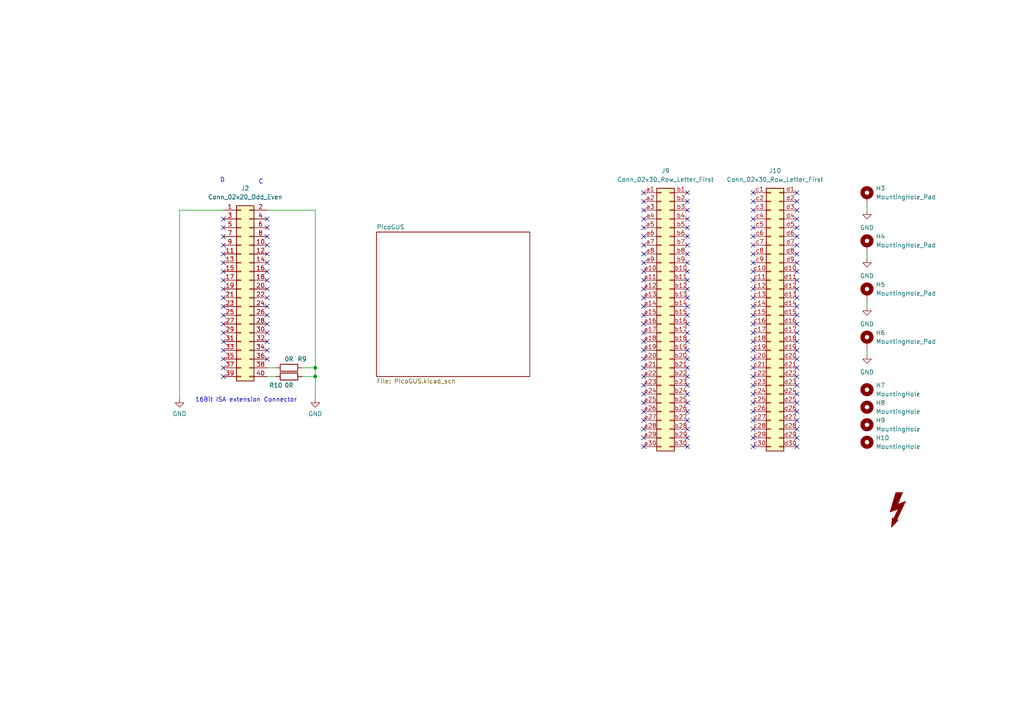
<source format=kicad_sch>
(kicad_sch (version 20250114) (generator "eeschema") (generator_version "9.0")
  (paper "A4")
  (lib_symbols
    (symbol "Conn_02x30_Row_Letter_First_1" (pin_names (offset 1.016) (hide yes))
      (property "Reference" "J2" (at 1.27 41.91 0))
      (property "Value" "Conn_02x30_Row_Letter_First" (at 1.27 39.37 0))
      (symbol "Conn_02x30_Row_Letter_First_1_1_1"
        (rectangle (start -1.27 36.83) (end 3.81 -39.37) (stroke (width 0.254)) (fill (type background)))
        (rectangle (start -1.27 35.687) (end 0 35.433) (stroke (width 0.1524)))
        (rectangle (start -1.27 33.147) (end 0 32.893) (stroke (width 0.1524)))
        (rectangle (start -1.27 30.607) (end 0 30.353) (stroke (width 0.1524)))
        (rectangle (start -1.27 28.067) (end 0 27.813) (stroke (width 0.1524)))
        (rectangle (start -1.27 25.527) (end 0 25.273) (stroke (width 0.1524)))
        (rectangle (start -1.27 22.987) (end 0 22.733) (stroke (width 0.1524)))
        (rectangle (start -1.27 20.447) (end 0 20.193) (stroke (width 0.1524)))
        (rectangle (start -1.27 17.907) (end 0 17.653) (stroke (width 0.1524)))
        (rectangle (start -1.27 15.367) (end 0 15.113) (stroke (width 0.1524)))
        (rectangle (start -1.27 12.827) (end 0 12.573) (stroke (width 0.1524)))
        (rectangle (start -1.27 10.287) (end 0 10.033) (stroke (width 0.1524)))
        (rectangle (start -1.27 7.747) (end 0 7.493) (stroke (width 0.1524)))
        (rectangle (start -1.27 5.207) (end 0 4.953) (stroke (width 0.1524)))
        (rectangle (start -1.27 2.667) (end 0 2.413) (stroke (width 0.1524)))
        (rectangle (start -1.27 0.127) (end 0 -0.127) (stroke (width 0.1524)))
        (rectangle (start -1.27 -2.413) (end 0 -2.667) (stroke (width 0.1524)))
        (rectangle (start -1.27 -4.953) (end 0 -5.207) (stroke (width 0.1524)))
        (rectangle (start -1.27 -7.493) (end 0 -7.747) (stroke (width 0.1524)))
        (rectangle (start -1.27 -10.033) (end 0 -10.287) (stroke (width 0.1524)))
        (rectangle (start -1.27 -12.573) (end 0 -12.827) (stroke (width 0.1524)))
        (rectangle (start -1.27 -15.113) (end 0 -15.367) (stroke (width 0.1524)))
        (rectangle (start -1.27 -17.653) (end 0 -17.907) (stroke (width 0.1524)))
        (rectangle (start -1.27 -20.193) (end 0 -20.447) (stroke (width 0.1524)))
        (rectangle (start -1.27 -22.733) (end 0 -22.987) (stroke (width 0.1524)))
        (rectangle (start -1.27 -25.273) (end 0 -25.527) (stroke (width 0.1524)))
        (rectangle (start -1.27 -27.813) (end 0 -28.067) (stroke (width 0.1524)))
        (rectangle (start -1.27 -30.353) (end 0 -30.607) (stroke (width 0.1524)))
        (rectangle (start -1.27 -32.893) (end 0 -33.147) (stroke (width 0.1524)))
        (rectangle (start -1.27 -35.433) (end 0 -35.687) (stroke (width 0.1524)))
        (rectangle (start -1.27 -37.973) (end 0 -38.227) (stroke (width 0.1524)))
        (rectangle (start 3.81 35.687) (end 2.54 35.433) (stroke (width 0.1524)))
        (rectangle (start 3.81 33.147) (end 2.54 32.893) (stroke (width 0.1524)))
        (rectangle (start 3.81 30.607) (end 2.54 30.353) (stroke (width 0.1524)))
        (rectangle (start 3.81 28.067) (end 2.54 27.813) (stroke (width 0.1524)))
        (rectangle (start 3.81 25.527) (end 2.54 25.273) (stroke (width 0.1524)))
        (rectangle (start 3.81 22.987) (end 2.54 22.733) (stroke (width 0.1524)))
        (rectangle (start 3.81 20.447) (end 2.54 20.193) (stroke (width 0.1524)))
        (rectangle (start 3.81 17.907) (end 2.54 17.653) (stroke (width 0.1524)))
        (rectangle (start 3.81 15.367) (end 2.54 15.113) (stroke (width 0.1524)))
        (rectangle (start 3.81 12.827) (end 2.54 12.573) (stroke (width 0.1524)))
        (rectangle (start 3.81 10.287) (end 2.54 10.033) (stroke (width 0.1524)))
        (rectangle (start 3.81 7.747) (end 2.54 7.493) (stroke (width 0.1524)))
        (rectangle (start 3.81 5.207) (end 2.54 4.953) (stroke (width 0.1524)))
        (rectangle (start 3.81 2.667) (end 2.54 2.413) (stroke (width 0.1524)))
        (rectangle (start 3.81 0.127) (end 2.54 -0.127) (stroke (width 0.1524)))
        (rectangle (start 3.81 -2.413) (end 2.54 -2.667) (stroke (width 0.1524)))
        (rectangle (start 3.81 -4.953) (end 2.54 -5.207) (stroke (width 0.1524)))
        (rectangle (start 3.81 -7.493) (end 2.54 -7.747) (stroke (width 0.1524)))
        (rectangle (start 3.81 -10.033) (end 2.54 -10.287) (stroke (width 0.1524)))
        (rectangle (start 3.81 -12.573) (end 2.54 -12.827) (stroke (width 0.1524)))
        (rectangle (start 3.81 -15.113) (end 2.54 -15.367) (stroke (width 0.1524)))
        (rectangle (start 3.81 -17.653) (end 2.54 -17.907) (stroke (width 0.1524)))
        (rectangle (start 3.81 -20.193) (end 2.54 -20.447) (stroke (width 0.1524)))
        (rectangle (start 3.81 -22.733) (end 2.54 -22.987) (stroke (width 0.1524)))
        (rectangle (start 3.81 -25.273) (end 2.54 -25.527) (stroke (width 0.1524)))
        (rectangle (start 3.81 -27.813) (end 2.54 -28.067) (stroke (width 0.1524)))
        (rectangle (start 3.81 -30.353) (end 2.54 -30.607) (stroke (width 0.1524)))
        (rectangle (start 3.81 -32.893) (end 2.54 -33.147) (stroke (width 0.1524)))
        (rectangle (start 3.81 -35.433) (end 2.54 -35.687) (stroke (width 0.1524)))
        (rectangle (start 3.81 -37.973) (end 2.54 -38.227) (stroke (width 0.1524)))
        (pin passive line (at -5.08 35.56 0) (length 3.81) (name "Pin_a1") (number "c1"))
        (pin passive line (at -5.08 33.02 0) (length 3.81) (name "Pin_a2") (number "c2"))
        (pin passive line (at -5.08 30.48 0) (length 3.81) (name "Pin_a3") (number "c3"))
        (pin passive line (at -5.08 27.94 0) (length 3.81) (name "Pin_a4") (number "c4"))
        (pin passive line (at -5.08 25.4 0) (length 3.81) (name "Pin_a5") (number "c5"))
        (pin passive line (at -5.08 22.86 0) (length 3.81) (name "Pin_a6") (number "c6"))
        (pin passive line (at -5.08 20.32 0) (length 3.81) (name "Pin_a7") (number "c7"))
        (pin passive line (at -5.08 17.78 0) (length 3.81) (name "Pin_a8") (number "c8"))
        (pin passive line (at -5.08 15.24 0) (length 3.81) (name "Pin_a9") (number "c9"))
        (pin passive line (at -5.08 12.7 0) (length 3.81) (name "Pin_a10") (number "c10"))
        (pin passive line (at -5.08 10.16 0) (length 3.81) (name "Pin_a11") (number "c11"))
        (pin passive line (at -5.08 7.62 0) (length 3.81) (name "Pin_a12") (number "c12"))
        (pin passive line (at -5.08 5.08 0) (length 3.81) (name "Pin_a13") (number "c13"))
        (pin passive line (at -5.08 2.54 0) (length 3.81) (name "Pin_a14") (number "c14"))
        (pin passive line (at -5.08 0 0) (length 3.81) (name "Pin_a15") (number "c15"))
        (pin passive line (at -5.08 -2.54 0) (length 3.81) (name "Pin_a16") (number "c16"))
        (pin passive line (at -5.08 -5.08 0) (length 3.81) (name "Pin_a17") (number "c17"))
        (pin passive line (at -5.08 -7.62 0) (length 3.81) (name "Pin_a18") (number "c18"))
        (pin passive line (at -5.08 -10.16 0) (length 3.81) (name "Pin_a19") (number "c19"))
        (pin passive line (at -5.08 -12.7 0) (length 3.81) (name "Pin_a20") (number "c20"))
        (pin passive line (at -5.08 -15.24 0) (length 3.81) (name "Pin_a21") (number "c21"))
        (pin passive line (at -5.08 -17.78 0) (length 3.81) (name "Pin_a22") (number "c22"))
        (pin passive line (at -5.08 -20.32 0) (length 3.81) (name "Pin_a23") (number "c23"))
        (pin passive line (at -5.08 -22.86 0) (length 3.81) (name "Pin_a24") (number "c24"))
        (pin passive line (at -5.08 -25.4 0) (length 3.81) (name "Pin_a25") (number "c25"))
        (pin passive line (at -5.08 -27.94 0) (length 3.81) (name "Pin_a26") (number "c26"))
        (pin passive line (at -5.08 -30.48 0) (length 3.81) (name "Pin_a27") (number "c27"))
        (pin passive line (at -5.08 -33.02 0) (length 3.81) (name "Pin_a28") (number "c28"))
        (pin passive line (at -5.08 -35.56 0) (length 3.81) (name "Pin_a29") (number "c29"))
        (pin passive line (at -5.08 -38.1 0) (length 3.81) (name "Pin_a30") (number "c30"))
        (pin passive line (at 7.62 35.56 180) (length 3.81) (name "Pin_b1") (number "d1"))
        (pin passive line (at 7.62 33.02 180) (length 3.81) (name "Pin_b2") (number "d2"))
        (pin passive line (at 7.62 30.48 180) (length 3.81) (name "Pin_b3") (number "d3"))
        (pin passive line (at 7.62 27.94 180) (length 3.81) (name "Pin_b4") (number "d4"))
        (pin passive line (at 7.62 25.4 180) (length 3.81) (name "Pin_b5") (number "d5"))
        (pin passive line (at 7.62 22.86 180) (length 3.81) (name "Pin_b6") (number "d6"))
        (pin passive line (at 7.62 20.32 180) (length 3.81) (name "Pin_b7") (number "d7"))
        (pin passive line (at 7.62 17.78 180) (length 3.81) (name "Pin_b8") (number "d8"))
        (pin passive line (at 7.62 15.24 180) (length 3.81) (name "Pin_b9") (number "d9"))
        (pin passive line (at 7.62 12.7 180) (length 3.81) (name "Pin_b10") (number "d10"))
        (pin passive line (at 7.62 10.16 180) (length 3.81) (name "Pin_b11") (number "d11"))
        (pin passive line (at 7.62 7.62 180) (length 3.81) (name "Pin_b12") (number "d12"))
        (pin passive line (at 7.62 5.08 180) (length 3.81) (name "Pin_b13") (number "d13"))
        (pin passive line (at 7.62 2.54 180) (length 3.81) (name "Pin_b14") (number "d14"))
        (pin passive line (at 7.62 0 180) (length 3.81) (name "Pin_b15") (number "d15"))
        (pin passive line (at 7.62 -2.54 180) (length 3.81) (name "Pin_b16") (number "d16"))
        (pin passive line (at 7.62 -5.08 180) (length 3.81) (name "Pin_b17") (number "d17"))
        (pin passive line (at 7.62 -7.62 180) (length 3.81) (name "Pin_b18") (number "d18"))
        (pin passive line (at 7.62 -10.16 180) (length 3.81) (name "Pin_b19") (number "d19"))
        (pin passive line (at 7.62 -12.7 180) (length 3.81) (name "Pin_b20") (number "d20"))
        (pin passive line (at 7.62 -15.24 180) (length 3.81) (name "Pin_b21") (number "d21"))
        (pin passive line (at 7.62 -17.78 180) (length 3.81) (name "Pin_b22") (number "d22"))
        (pin passive line (at 7.62 -20.32 180) (length 3.81) (name "Pin_b23") (number "d23"))
        (pin passive line (at 7.62 -22.86 180) (length 3.81) (name "Pin_b24") (number "d24"))
        (pin passive line (at 7.62 -25.4 180) (length 3.81) (name "Pin_b25") (number "d25"))
        (pin passive line (at 7.62 -27.94 180) (length 3.81) (name "Pin_b26") (number "d26"))
        (pin passive line (at 7.62 -30.48 180) (length 3.81) (name "Pin_b27") (number "d27"))
        (pin passive line (at 7.62 -33.02 180) (length 3.81) (name "Pin_b28") (number "d28"))
        (pin passive line (at 7.62 -35.56 180) (length 3.81) (name "Pin_b29") (number "d29"))
        (pin passive line (at 7.62 -38.1 180) (length 3.81) (name "Pin_b30") (number "d30"))
      )
    )
    (symbol "Connector_Generic:Conn_02x20_Odd_Even" (pin_names (offset 1.016) (hide yes))
      (property "Reference" "J" (at 1.27 25.4 0))
      (property "Value" "Conn_02x20_Odd_Even" (at 1.27 -27.94 0))
      (symbol "Conn_02x20_Odd_Even_1_1"
        (rectangle (start -1.27 24.13) (end 3.81 -26.67) (stroke (width 0.254)) (fill (type background)))
        (rectangle (start -1.27 22.987) (end 0 22.733) (stroke (width 0.1524)))
        (rectangle (start -1.27 20.447) (end 0 20.193) (stroke (width 0.1524)))
        (rectangle (start -1.27 17.907) (end 0 17.653) (stroke (width 0.1524)))
        (rectangle (start -1.27 15.367) (end 0 15.113) (stroke (width 0.1524)))
        (rectangle (start -1.27 12.827) (end 0 12.573) (stroke (width 0.1524)))
        (rectangle (start -1.27 10.287) (end 0 10.033) (stroke (width 0.1524)))
        (rectangle (start -1.27 7.747) (end 0 7.493) (stroke (width 0.1524)))
        (rectangle (start -1.27 5.207) (end 0 4.953) (stroke (width 0.1524)))
        (rectangle (start -1.27 2.667) (end 0 2.413) (stroke (width 0.1524)))
        (rectangle (start -1.27 0.127) (end 0 -0.127) (stroke (width 0.1524)))
        (rectangle (start -1.27 -2.413) (end 0 -2.667) (stroke (width 0.1524)))
        (rectangle (start -1.27 -4.953) (end 0 -5.207) (stroke (width 0.1524)))
        (rectangle (start -1.27 -7.493) (end 0 -7.747) (stroke (width 0.1524)))
        (rectangle (start -1.27 -10.033) (end 0 -10.287) (stroke (width 0.1524)))
        (rectangle (start -1.27 -12.573) (end 0 -12.827) (stroke (width 0.1524)))
        (rectangle (start -1.27 -15.113) (end 0 -15.367) (stroke (width 0.1524)))
        (rectangle (start -1.27 -17.653) (end 0 -17.907) (stroke (width 0.1524)))
        (rectangle (start -1.27 -20.193) (end 0 -20.447) (stroke (width 0.1524)))
        (rectangle (start -1.27 -22.733) (end 0 -22.987) (stroke (width 0.1524)))
        (rectangle (start -1.27 -25.273) (end 0 -25.527) (stroke (width 0.1524)))
        (rectangle (start 3.81 22.987) (end 2.54 22.733) (stroke (width 0.1524)))
        (rectangle (start 3.81 20.447) (end 2.54 20.193) (stroke (width 0.1524)))
        (rectangle (start 3.81 17.907) (end 2.54 17.653) (stroke (width 0.1524)))
        (rectangle (start 3.81 15.367) (end 2.54 15.113) (stroke (width 0.1524)))
        (rectangle (start 3.81 12.827) (end 2.54 12.573) (stroke (width 0.1524)))
        (rectangle (start 3.81 10.287) (end 2.54 10.033) (stroke (width 0.1524)))
        (rectangle (start 3.81 7.747) (end 2.54 7.493) (stroke (width 0.1524)))
        (rectangle (start 3.81 5.207) (end 2.54 4.953) (stroke (width 0.1524)))
        (rectangle (start 3.81 2.667) (end 2.54 2.413) (stroke (width 0.1524)))
        (rectangle (start 3.81 0.127) (end 2.54 -0.127) (stroke (width 0.1524)))
        (rectangle (start 3.81 -2.413) (end 2.54 -2.667) (stroke (width 0.1524)))
        (rectangle (start 3.81 -4.953) (end 2.54 -5.207) (stroke (width 0.1524)))
        (rectangle (start 3.81 -7.493) (end 2.54 -7.747) (stroke (width 0.1524)))
        (rectangle (start 3.81 -10.033) (end 2.54 -10.287) (stroke (width 0.1524)))
        (rectangle (start 3.81 -12.573) (end 2.54 -12.827) (stroke (width 0.1524)))
        (rectangle (start 3.81 -15.113) (end 2.54 -15.367) (stroke (width 0.1524)))
        (rectangle (start 3.81 -17.653) (end 2.54 -17.907) (stroke (width 0.1524)))
        (rectangle (start 3.81 -20.193) (end 2.54 -20.447) (stroke (width 0.1524)))
        (rectangle (start 3.81 -22.733) (end 2.54 -22.987) (stroke (width 0.1524)))
        (rectangle (start 3.81 -25.273) (end 2.54 -25.527) (stroke (width 0.1524)))
        (pin passive line (at -5.08 22.86 0) (length 3.81) (name "Pin_1") (number "1"))
        (pin passive line (at -5.08 20.32 0) (length 3.81) (name "Pin_3") (number "3"))
        (pin passive line (at -5.08 17.78 0) (length 3.81) (name "Pin_5") (number "5"))
        (pin passive line (at -5.08 15.24 0) (length 3.81) (name "Pin_7") (number "7"))
        (pin passive line (at -5.08 12.7 0) (length 3.81) (name "Pin_9") (number "9"))
        (pin passive line (at -5.08 10.16 0) (length 3.81) (name "Pin_11") (number "11"))
        (pin passive line (at -5.08 7.62 0) (length 3.81) (name "Pin_13") (number "13"))
        (pin passive line (at -5.08 5.08 0) (length 3.81) (name "Pin_15") (number "15"))
        (pin passive line (at -5.08 2.54 0) (length 3.81) (name "Pin_17") (number "17"))
        (pin passive line (at -5.08 0 0) (length 3.81) (name "Pin_19") (number "19"))
        (pin passive line (at -5.08 -2.54 0) (length 3.81) (name "Pin_21") (number "21"))
        (pin passive line (at -5.08 -5.08 0) (length 3.81) (name "Pin_23") (number "23"))
        (pin passive line (at -5.08 -7.62 0) (length 3.81) (name "Pin_25") (number "25"))
        (pin passive line (at -5.08 -10.16 0) (length 3.81) (name "Pin_27") (number "27"))
        (pin passive line (at -5.08 -12.7 0) (length 3.81) (name "Pin_29") (number "29"))
        (pin passive line (at -5.08 -15.24 0) (length 3.81) (name "Pin_31") (number "31"))
        (pin passive line (at -5.08 -17.78 0) (length 3.81) (name "Pin_33") (number "33"))
        (pin passive line (at -5.08 -20.32 0) (length 3.81) (name "Pin_35") (number "35"))
        (pin passive line (at -5.08 -22.86 0) (length 3.81) (name "Pin_37") (number "37"))
        (pin passive line (at -5.08 -25.4 0) (length 3.81) (name "Pin_39") (number "39"))
        (pin passive line (at 7.62 22.86 180) (length 3.81) (name "Pin_2") (number "2"))
        (pin passive line (at 7.62 20.32 180) (length 3.81) (name "Pin_4") (number "4"))
        (pin passive line (at 7.62 17.78 180) (length 3.81) (name "Pin_6") (number "6"))
        (pin passive line (at 7.62 15.24 180) (length 3.81) (name "Pin_8") (number "8"))
        (pin passive line (at 7.62 12.7 180) (length 3.81) (name "Pin_10") (number "10"))
        (pin passive line (at 7.62 10.16 180) (length 3.81) (name "Pin_12") (number "12"))
        (pin passive line (at 7.62 7.62 180) (length 3.81) (name "Pin_14") (number "14"))
        (pin passive line (at 7.62 5.08 180) (length 3.81) (name "Pin_16") (number "16"))
        (pin passive line (at 7.62 2.54 180) (length 3.81) (name "Pin_18") (number "18"))
        (pin passive line (at 7.62 0 180) (length 3.81) (name "Pin_20") (number "20"))
        (pin passive line (at 7.62 -2.54 180) (length 3.81) (name "Pin_22") (number "22"))
        (pin passive line (at 7.62 -5.08 180) (length 3.81) (name "Pin_24") (number "24"))
        (pin passive line (at 7.62 -7.62 180) (length 3.81) (name "Pin_26") (number "26"))
        (pin passive line (at 7.62 -10.16 180) (length 3.81) (name "Pin_28") (number "28"))
        (pin passive line (at 7.62 -12.7 180) (length 3.81) (name "Pin_30") (number "30"))
        (pin passive line (at 7.62 -15.24 180) (length 3.81) (name "Pin_32") (number "32"))
        (pin passive line (at 7.62 -17.78 180) (length 3.81) (name "Pin_34") (number "34"))
        (pin passive line (at 7.62 -20.32 180) (length 3.81) (name "Pin_36") (number "36"))
        (pin passive line (at 7.62 -22.86 180) (length 3.81) (name "Pin_38") (number "38"))
        (pin passive line (at 7.62 -25.4 180) (length 3.81) (name "Pin_40") (number "40"))
      )
    )
    (symbol "Connector_Generic:Conn_02x30_Row_Letter_First" (pin_names (offset 1.016) (hide yes))
      (property "Reference" "J" (at 1.27 38.1 0))
      (property "Value" "Conn_02x30_Row_Letter_First" (at 1.27 -40.64 0))
      (symbol "Conn_02x30_Row_Letter_First_1_1"
        (rectangle (start -1.27 36.83) (end 3.81 -39.37) (stroke (width 0.254)) (fill (type background)))
        (rectangle (start -1.27 35.687) (end 0 35.433) (stroke (width 0.1524)))
        (rectangle (start -1.27 33.147) (end 0 32.893) (stroke (width 0.1524)))
        (rectangle (start -1.27 30.607) (end 0 30.353) (stroke (width 0.1524)))
        (rectangle (start -1.27 28.067) (end 0 27.813) (stroke (width 0.1524)))
        (rectangle (start -1.27 25.527) (end 0 25.273) (stroke (width 0.1524)))
        (rectangle (start -1.27 22.987) (end 0 22.733) (stroke (width 0.1524)))
        (rectangle (start -1.27 20.447) (end 0 20.193) (stroke (width 0.1524)))
        (rectangle (start -1.27 17.907) (end 0 17.653) (stroke (width 0.1524)))
        (rectangle (start -1.27 15.367) (end 0 15.113) (stroke (width 0.1524)))
        (rectangle (start -1.27 12.827) (end 0 12.573) (stroke (width 0.1524)))
        (rectangle (start -1.27 10.287) (end 0 10.033) (stroke (width 0.1524)))
        (rectangle (start -1.27 7.747) (end 0 7.493) (stroke (width 0.1524)))
        (rectangle (start -1.27 5.207) (end 0 4.953) (stroke (width 0.1524)))
        (rectangle (start -1.27 2.667) (end 0 2.413) (stroke (width 0.1524)))
        (rectangle (start -1.27 0.127) (end 0 -0.127) (stroke (width 0.1524)))
        (rectangle (start -1.27 -2.413) (end 0 -2.667) (stroke (width 0.1524)))
        (rectangle (start -1.27 -4.953) (end 0 -5.207) (stroke (width 0.1524)))
        (rectangle (start -1.27 -7.493) (end 0 -7.747) (stroke (width 0.1524)))
        (rectangle (start -1.27 -10.033) (end 0 -10.287) (stroke (width 0.1524)))
        (rectangle (start -1.27 -12.573) (end 0 -12.827) (stroke (width 0.1524)))
        (rectangle (start -1.27 -15.113) (end 0 -15.367) (stroke (width 0.1524)))
        (rectangle (start -1.27 -17.653) (end 0 -17.907) (stroke (width 0.1524)))
        (rectangle (start -1.27 -20.193) (end 0 -20.447) (stroke (width 0.1524)))
        (rectangle (start -1.27 -22.733) (end 0 -22.987) (stroke (width 0.1524)))
        (rectangle (start -1.27 -25.273) (end 0 -25.527) (stroke (width 0.1524)))
        (rectangle (start -1.27 -27.813) (end 0 -28.067) (stroke (width 0.1524)))
        (rectangle (start -1.27 -30.353) (end 0 -30.607) (stroke (width 0.1524)))
        (rectangle (start -1.27 -32.893) (end 0 -33.147) (stroke (width 0.1524)))
        (rectangle (start -1.27 -35.433) (end 0 -35.687) (stroke (width 0.1524)))
        (rectangle (start -1.27 -37.973) (end 0 -38.227) (stroke (width 0.1524)))
        (rectangle (start 3.81 35.687) (end 2.54 35.433) (stroke (width 0.1524)))
        (rectangle (start 3.81 33.147) (end 2.54 32.893) (stroke (width 0.1524)))
        (rectangle (start 3.81 30.607) (end 2.54 30.353) (stroke (width 0.1524)))
        (rectangle (start 3.81 28.067) (end 2.54 27.813) (stroke (width 0.1524)))
        (rectangle (start 3.81 25.527) (end 2.54 25.273) (stroke (width 0.1524)))
        (rectangle (start 3.81 22.987) (end 2.54 22.733) (stroke (width 0.1524)))
        (rectangle (start 3.81 20.447) (end 2.54 20.193) (stroke (width 0.1524)))
        (rectangle (start 3.81 17.907) (end 2.54 17.653) (stroke (width 0.1524)))
        (rectangle (start 3.81 15.367) (end 2.54 15.113) (stroke (width 0.1524)))
        (rectangle (start 3.81 12.827) (end 2.54 12.573) (stroke (width 0.1524)))
        (rectangle (start 3.81 10.287) (end 2.54 10.033) (stroke (width 0.1524)))
        (rectangle (start 3.81 7.747) (end 2.54 7.493) (stroke (width 0.1524)))
        (rectangle (start 3.81 5.207) (end 2.54 4.953) (stroke (width 0.1524)))
        (rectangle (start 3.81 2.667) (end 2.54 2.413) (stroke (width 0.1524)))
        (rectangle (start 3.81 0.127) (end 2.54 -0.127) (stroke (width 0.1524)))
        (rectangle (start 3.81 -2.413) (end 2.54 -2.667) (stroke (width 0.1524)))
        (rectangle (start 3.81 -4.953) (end 2.54 -5.207) (stroke (width 0.1524)))
        (rectangle (start 3.81 -7.493) (end 2.54 -7.747) (stroke (width 0.1524)))
        (rectangle (start 3.81 -10.033) (end 2.54 -10.287) (stroke (width 0.1524)))
        (rectangle (start 3.81 -12.573) (end 2.54 -12.827) (stroke (width 0.1524)))
        (rectangle (start 3.81 -15.113) (end 2.54 -15.367) (stroke (width 0.1524)))
        (rectangle (start 3.81 -17.653) (end 2.54 -17.907) (stroke (width 0.1524)))
        (rectangle (start 3.81 -20.193) (end 2.54 -20.447) (stroke (width 0.1524)))
        (rectangle (start 3.81 -22.733) (end 2.54 -22.987) (stroke (width 0.1524)))
        (rectangle (start 3.81 -25.273) (end 2.54 -25.527) (stroke (width 0.1524)))
        (rectangle (start 3.81 -27.813) (end 2.54 -28.067) (stroke (width 0.1524)))
        (rectangle (start 3.81 -30.353) (end 2.54 -30.607) (stroke (width 0.1524)))
        (rectangle (start 3.81 -32.893) (end 2.54 -33.147) (stroke (width 0.1524)))
        (rectangle (start 3.81 -35.433) (end 2.54 -35.687) (stroke (width 0.1524)))
        (rectangle (start 3.81 -37.973) (end 2.54 -38.227) (stroke (width 0.1524)))
        (pin passive line (at -5.08 35.56 0) (length 3.81) (name "Pin_a1") (number "a1"))
        (pin passive line (at -5.08 33.02 0) (length 3.81) (name "Pin_a2") (number "a2"))
        (pin passive line (at -5.08 30.48 0) (length 3.81) (name "Pin_a3") (number "a3"))
        (pin passive line (at -5.08 27.94 0) (length 3.81) (name "Pin_a4") (number "a4"))
        (pin passive line (at -5.08 25.4 0) (length 3.81) (name "Pin_a5") (number "a5"))
        (pin passive line (at -5.08 22.86 0) (length 3.81) (name "Pin_a6") (number "a6"))
        (pin passive line (at -5.08 20.32 0) (length 3.81) (name "Pin_a7") (number "a7"))
        (pin passive line (at -5.08 17.78 0) (length 3.81) (name "Pin_a8") (number "a8"))
        (pin passive line (at -5.08 15.24 0) (length 3.81) (name "Pin_a9") (number "a9"))
        (pin passive line (at -5.08 12.7 0) (length 3.81) (name "Pin_a10") (number "a10"))
        (pin passive line (at -5.08 10.16 0) (length 3.81) (name "Pin_a11") (number "a11"))
        (pin passive line (at -5.08 7.62 0) (length 3.81) (name "Pin_a12") (number "a12"))
        (pin passive line (at -5.08 5.08 0) (length 3.81) (name "Pin_a13") (number "a13"))
        (pin passive line (at -5.08 2.54 0) (length 3.81) (name "Pin_a14") (number "a14"))
        (pin passive line (at -5.08 0 0) (length 3.81) (name "Pin_a15") (number "a15"))
        (pin passive line (at -5.08 -2.54 0) (length 3.81) (name "Pin_a16") (number "a16"))
        (pin passive line (at -5.08 -5.08 0) (length 3.81) (name "Pin_a17") (number "a17"))
        (pin passive line (at -5.08 -7.62 0) (length 3.81) (name "Pin_a18") (number "a18"))
        (pin passive line (at -5.08 -10.16 0) (length 3.81) (name "Pin_a19") (number "a19"))
        (pin passive line (at -5.08 -12.7 0) (length 3.81) (name "Pin_a20") (number "a20"))
        (pin passive line (at -5.08 -15.24 0) (length 3.81) (name "Pin_a21") (number "a21"))
        (pin passive line (at -5.08 -17.78 0) (length 3.81) (name "Pin_a22") (number "a22"))
        (pin passive line (at -5.08 -20.32 0) (length 3.81) (name "Pin_a23") (number "a23"))
        (pin passive line (at -5.08 -22.86 0) (length 3.81) (name "Pin_a24") (number "a24"))
        (pin passive line (at -5.08 -25.4 0) (length 3.81) (name "Pin_a25") (number "a25"))
        (pin passive line (at -5.08 -27.94 0) (length 3.81) (name "Pin_a26") (number "a26"))
        (pin passive line (at -5.08 -30.48 0) (length 3.81) (name "Pin_a27") (number "a27"))
        (pin passive line (at -5.08 -33.02 0) (length 3.81) (name "Pin_a28") (number "a28"))
        (pin passive line (at -5.08 -35.56 0) (length 3.81) (name "Pin_a29") (number "a29"))
        (pin passive line (at -5.08 -38.1 0) (length 3.81) (name "Pin_a30") (number "a30"))
        (pin passive line (at 7.62 35.56 180) (length 3.81) (name "Pin_b1") (number "b1"))
        (pin passive line (at 7.62 33.02 180) (length 3.81) (name "Pin_b2") (number "b2"))
        (pin passive line (at 7.62 30.48 180) (length 3.81) (name "Pin_b3") (number "b3"))
        (pin passive line (at 7.62 27.94 180) (length 3.81) (name "Pin_b4") (number "b4"))
        (pin passive line (at 7.62 25.4 180) (length 3.81) (name "Pin_b5") (number "b5"))
        (pin passive line (at 7.62 22.86 180) (length 3.81) (name "Pin_b6") (number "b6"))
        (pin passive line (at 7.62 20.32 180) (length 3.81) (name "Pin_b7") (number "b7"))
        (pin passive line (at 7.62 17.78 180) (length 3.81) (name "Pin_b8") (number "b8"))
        (pin passive line (at 7.62 15.24 180) (length 3.81) (name "Pin_b9") (number "b9"))
        (pin passive line (at 7.62 12.7 180) (length 3.81) (name "Pin_b10") (number "b10"))
        (pin passive line (at 7.62 10.16 180) (length 3.81) (name "Pin_b11") (number "b11"))
        (pin passive line (at 7.62 7.62 180) (length 3.81) (name "Pin_b12") (number "b12"))
        (pin passive line (at 7.62 5.08 180) (length 3.81) (name "Pin_b13") (number "b13"))
        (pin passive line (at 7.62 2.54 180) (length 3.81) (name "Pin_b14") (number "b14"))
        (pin passive line (at 7.62 0 180) (length 3.81) (name "Pin_b15") (number "b15"))
        (pin passive line (at 7.62 -2.54 180) (length 3.81) (name "Pin_b16") (number "b16"))
        (pin passive line (at 7.62 -5.08 180) (length 3.81) (name "Pin_b17") (number "b17"))
        (pin passive line (at 7.62 -7.62 180) (length 3.81) (name "Pin_b18") (number "b18"))
        (pin passive line (at 7.62 -10.16 180) (length 3.81) (name "Pin_b19") (number "b19"))
        (pin passive line (at 7.62 -12.7 180) (length 3.81) (name "Pin_b20") (number "b20"))
        (pin passive line (at 7.62 -15.24 180) (length 3.81) (name "Pin_b21") (number "b21"))
        (pin passive line (at 7.62 -17.78 180) (length 3.81) (name "Pin_b22") (number "b22"))
        (pin passive line (at 7.62 -20.32 180) (length 3.81) (name "Pin_b23") (number "b23"))
        (pin passive line (at 7.62 -22.86 180) (length 3.81) (name "Pin_b24") (number "b24"))
        (pin passive line (at 7.62 -25.4 180) (length 3.81) (name "Pin_b25") (number "b25"))
        (pin passive line (at 7.62 -27.94 180) (length 3.81) (name "Pin_b26") (number "b26"))
        (pin passive line (at 7.62 -30.48 180) (length 3.81) (name "Pin_b27") (number "b27"))
        (pin passive line (at 7.62 -33.02 180) (length 3.81) (name "Pin_b28") (number "b28"))
        (pin passive line (at 7.62 -35.56 180) (length 3.81) (name "Pin_b29") (number "b29"))
        (pin passive line (at 7.62 -38.1 180) (length 3.81) (name "Pin_b30") (number "b30"))
      )
    )
    (symbol "Device:R" (pin_numbers (hide yes)) (pin_names (offset 0))
      (property "Reference" "R" (at 2.032 0 90))
      (property "Value" "R" (at 0 0 90))
      (symbol "R_0_1"
        (rectangle (start -1.016 -2.54) (end 1.016 2.54) (stroke (width 0.254)))
      )
      (symbol "R_1_1"
        (pin passive line (at 0 3.81 270) (length 1.27) (name "~") (number "1"))
        (pin passive line (at 0 -3.81 90) (length 1.27) (name "~") (number "2"))
      )
    )
    (symbol "Graphic:SYM_Flash_Large" (in_bom no) (on_board no)
      (symbol "SYM_Flash_Large_0_1"
        (polyline (pts (xy -0.508 4.445) (xy 1.397 4.445) (xy 0 1.016) (xy 2.286 1.905) (xy -0.508 -3.937) (xy -1.397 -3.556) (xy 0.254 -0.254) (xy -2.159 -1.143) (xy -0.508 4.445)) (stroke (width 0.2032)) (fill (type outline)))
        (polyline (pts (xy 0.127 -3.556) (xy -1.524 -2.921) (xy -1.778 -5.588) (xy 0.127 -3.556)) (stroke (width 0.2032)) (fill (type outline)))
      )
    )
    (symbol "Mechanical:MountingHole" (pin_names (offset 1.016)) (exclude_from_sim yes) (in_bom no)
      (property "Reference" "H" (at 0 5.08 0))
      (property "Value" "MountingHole" (at 0 3.175 0))
      (symbol "MountingHole_0_1"
        (circle (center 0 0) (radius 1.27) (stroke (width 1.27)))
      )
    )
    (symbol "Mechanical:MountingHole_Pad" (pin_numbers (hide yes)) (pin_names (offset 1.016) (hide yes)) (exclude_from_sim yes) (in_bom no)
      (property "Reference" "H" (at 0 6.35 0))
      (property "Value" "MountingHole_Pad" (at 0 4.445 0))
      (symbol "MountingHole_Pad_0_1"
        (circle (center 0 1.27) (radius 1.27) (stroke (width 1.27)))
      )
      (symbol "MountingHole_Pad_1_1"
        (pin input line (at 0 -2.54 90) (length 2.54) (name "1") (number "1"))
      )
    )
    (symbol "power:GND" (power) (pin_names (offset 0))
      (property "Value" "GND" (at 0 -3.81 0))
      (symbol "GND_0_1"
        (polyline (pts (xy 0 0) (xy 0 -1.27) (xy 1.27 -1.27) (xy 0 -2.54) (xy -1.27 -1.27) (xy 0 -1.27)))
      )
      (symbol "GND_1_1"
        (pin power_in line (at 0 0 270) (length 0) (hide yes) (name "GND") (number "1"))
      )
    )
  )
  (text "16Bit ISA extension Connector" (at 71.374 116.078 0) (effects (font (size 1.27 1.27))))
  (text "D" (at 64.516 52.324 0) (effects (font (size 1.27 1.27))))
  (text "C" (at 75.692 52.832 0) (effects (font (size 1.27 1.27))))
  (junction (at 91.44 106.68))
  (junction (at 91.44 109.22))
  (no_connect (at 231.14 60.96))
  (no_connect (at 199.39 116.84))
  (no_connect (at 77.47 63.5))
  (no_connect (at 77.47 66.04))
  (no_connect (at 218.44 121.92))
  (no_connect (at 64.77 106.68))
  (no_connect (at 218.44 101.6))
  (no_connect (at 64.77 109.22))
  (no_connect (at 231.14 116.84))
  (no_connect (at 231.14 88.9))
  (no_connect (at 186.69 86.36))
  (no_connect (at 186.69 109.22))
  (no_connect (at 218.44 63.5))
  (no_connect (at 231.14 58.42))
  (no_connect (at 218.44 60.96))
  (no_connect (at 186.69 106.68))
  (no_connect (at 218.44 81.28))
  (no_connect (at 199.39 109.22))
  (no_connect (at 231.14 81.28))
  (no_connect (at 64.77 81.28))
  (no_connect (at 218.44 129.54))
  (no_connect (at 186.69 68.58))
  (no_connect (at 186.69 91.44))
  (no_connect (at 186.69 121.92))
  (no_connect (at 231.14 78.74))
  (no_connect (at 218.44 111.76))
  (no_connect (at 218.44 127))
  (no_connect (at 77.47 93.98))
  (no_connect (at 218.44 71.12))
  (no_connect (at 199.39 93.98))
  (no_connect (at 77.47 91.44))
  (no_connect (at 199.39 86.36))
  (no_connect (at 218.44 73.66))
  (no_connect (at 186.69 101.6))
  (no_connect (at 231.14 73.66))
  (no_connect (at 199.39 68.58))
  (no_connect (at 218.44 109.22))
  (no_connect (at 77.47 71.12))
  (no_connect (at 186.69 71.12))
  (no_connect (at 231.14 106.68))
  (no_connect (at 64.77 86.36))
  (no_connect (at 186.69 111.76))
  (no_connect (at 64.77 66.04))
  (no_connect (at 199.39 124.46))
  (no_connect (at 231.14 114.3))
  (no_connect (at 199.39 81.28))
  (no_connect (at 231.14 119.38))
  (no_connect (at 186.69 55.88))
  (no_connect (at 186.69 114.3))
  (no_connect (at 231.14 99.06))
  (no_connect (at 199.39 55.88))
  (no_connect (at 218.44 76.2))
  (no_connect (at 231.14 104.14))
  (no_connect (at 64.77 88.9))
  (no_connect (at 199.39 119.38))
  (no_connect (at 199.39 66.04))
  (no_connect (at 199.39 71.12))
  (no_connect (at 231.14 109.22))
  (no_connect (at 231.14 124.46))
  (no_connect (at 218.44 66.04))
  (no_connect (at 64.77 83.82))
  (no_connect (at 64.77 63.5))
  (no_connect (at 218.44 88.9))
  (no_connect (at 218.44 99.06))
  (no_connect (at 218.44 86.36))
  (no_connect (at 64.77 76.2))
  (no_connect (at 199.39 106.68))
  (no_connect (at 186.69 58.42))
  (no_connect (at 77.47 83.82))
  (no_connect (at 186.69 66.04))
  (no_connect (at 186.69 78.74))
  (no_connect (at 231.14 96.52))
  (no_connect (at 186.69 127))
  (no_connect (at 64.77 68.58))
  (no_connect (at 231.14 63.5))
  (no_connect (at 186.69 60.96))
  (no_connect (at 231.14 127))
  (no_connect (at 218.44 119.38))
  (no_connect (at 64.77 71.12))
  (no_connect (at 218.44 96.52))
  (no_connect (at 218.44 68.58))
  (no_connect (at 231.14 111.76))
  (no_connect (at 77.47 99.06))
  (no_connect (at 64.77 104.14))
  (no_connect (at 186.69 73.66))
  (no_connect (at 64.77 93.98))
  (no_connect (at 77.47 88.9))
  (no_connect (at 231.14 71.12))
  (no_connect (at 231.14 66.04))
  (no_connect (at 186.69 88.9))
  (no_connect (at 218.44 93.98))
  (no_connect (at 64.77 78.74))
  (no_connect (at 64.77 99.06))
  (no_connect (at 218.44 104.14))
  (no_connect (at 186.69 99.06))
  (no_connect (at 199.39 127))
  (no_connect (at 199.39 78.74))
  (no_connect (at 231.14 68.58))
  (no_connect (at 199.39 58.42))
  (no_connect (at 199.39 83.82))
  (no_connect (at 218.44 55.88))
  (no_connect (at 231.14 101.6))
  (no_connect (at 231.14 91.44))
  (no_connect (at 199.39 129.54))
  (no_connect (at 218.44 78.74))
  (no_connect (at 199.39 60.96))
  (no_connect (at 64.77 101.6))
  (no_connect (at 77.47 78.74))
  (no_connect (at 186.69 76.2))
  (no_connect (at 231.14 83.82))
  (no_connect (at 186.69 104.14))
  (no_connect (at 77.47 81.28))
  (no_connect (at 186.69 119.38))
  (no_connect (at 231.14 93.98))
  (no_connect (at 199.39 114.3))
  (no_connect (at 199.39 76.2))
  (no_connect (at 218.44 91.44))
  (no_connect (at 64.77 73.66))
  (no_connect (at 77.47 86.36))
  (no_connect (at 77.47 104.14))
  (no_connect (at 186.69 63.5))
  (no_connect (at 186.69 129.54))
  (no_connect (at 186.69 116.84))
  (no_connect (at 231.14 129.54))
  (no_connect (at 77.47 96.52))
  (no_connect (at 199.39 96.52))
  (no_connect (at 186.69 124.46))
  (no_connect (at 199.39 88.9))
  (no_connect (at 199.39 111.76))
  (no_connect (at 231.14 55.88))
  (no_connect (at 218.44 114.3))
  (no_connect (at 199.39 104.14))
  (no_connect (at 218.44 58.42))
  (no_connect (at 218.44 124.46))
  (no_connect (at 77.47 76.2))
  (no_connect (at 218.44 83.82))
  (no_connect (at 186.69 93.98))
  (no_connect (at 186.69 81.28))
  (no_connect (at 231.14 121.92))
  (no_connect (at 199.39 99.06))
  (no_connect (at 77.47 68.58))
  (no_connect (at 77.47 73.66))
  (no_connect (at 199.39 73.66))
  (no_connect (at 186.69 96.52))
  (no_connect (at 186.69 83.82))
  (no_connect (at 199.39 63.5))
  (no_connect (at 199.39 121.92))
  (no_connect (at 218.44 116.84))
  (no_connect (at 64.77 96.52))
  (no_connect (at 77.47 101.6))
  (no_connect (at 218.44 106.68))
  (no_connect (at 231.14 86.36))
  (no_connect (at 231.14 76.2))
  (no_connect (at 199.39 101.6))
  (no_connect (at 64.77 91.44))
  (no_connect (at 199.39 91.44))
  (wire (pts (xy 77.47 106.68) (xy 80.01 106.68)))
  (wire (pts (xy 91.44 60.96) (xy 77.47 60.96)))
  (wire (pts (xy 77.47 109.22) (xy 80.01 109.22)))
  (wire (pts (xy 251.46 101.6) (xy 251.46 102.87)))
  (wire (pts (xy 87.63 109.22) (xy 91.44 109.22)))
  (wire (pts (xy 91.44 115.57) (xy 91.44 109.22)))
  (wire (pts (xy 52.07 60.96) (xy 52.07 115.57)))
  (wire (pts (xy 251.46 73.66) (xy 251.46 74.93)))
  (wire (pts (xy 52.07 60.96) (xy 64.77 60.96)))
  (wire (pts (xy 251.46 87.63) (xy 251.46 88.9)))
  (wire (pts (xy 251.46 59.69) (xy 251.46 60.96)))
  (wire (pts (xy 91.44 106.68) (xy 91.44 60.96)))
  (wire (pts (xy 91.44 109.22) (xy 91.44 106.68)))
  (wire (pts (xy 87.63 106.68) (xy 91.44 106.68)))
  (symbol (lib_id "power:GND") (at 251.46 102.87 0) (unit 1)
    (property "Reference" "#PWR06" (effects (hide yes)))
    (property "Value" "GND" (at 251.46 107.95 0))
    (property "Description" "Power symbol creates a global label with name \"GND\" , ground" (effects (hide yes)))
  )
  (symbol (lib_id "power:GND") (at 251.46 60.96 0) (unit 1)
    (property "Reference" "#PWR03" (effects (hide yes)))
    (property "Value" "GND" (at 251.46 66.04 0))
    (property "Description" "Power symbol creates a global label with name \"GND\" , ground" (effects (hide yes)))
  )
  (symbol (lib_id "power:GND") (at 251.46 88.9 0) (unit 1)
    (property "Reference" "#PWR05" (effects (hide yes)))
    (property "Value" "GND" (at 251.46 93.98 0))
    (property "Description" "Power symbol creates a global label with name \"GND\" , ground" (effects (hide yes)))
  )
  (symbol (lib_id "Mechanical:MountingHole") (at 251.46 123.19 0) (unit 1) (exclude_from_sim yes) (in_bom no)
    (property "Reference" "H9" (at 254 121.9199 0) (effects (justify left)))
    (property "Value" "MountingHole" (at 254 124.4599 0) (effects (justify left)))
    (property "Footprint" "MountingHole:MountingHole_2mm" (effects (hide yes)))
    (property "Description" "Mounting Hole without connection" (effects (hide yes)))
  )
  (symbol (lib_id "Connector_Generic:Conn_02x30_Row_Letter_First") (at 191.77 91.44 0) (unit 1)
    (property "Reference" "J9" (at 193.04 49.53 0))
    (property "Value" "Conn_02x30_Row_Letter_First" (at 193.04 52.07 0))
    (property "Footprint" "Connector_PinSocket_2.00mm:PinSocket_2x30_P2.00mm_Vertical" (effects (hide yes)))
    (property "Description" "Generic connector, double row, 02x30, row letter first pin numbering scheme (pin number consists of a letter for the row and a number for the pin index in this row. a1, ..., aN; b1, ..., bN), script generated (kicad-library-utils/schlib/autogen/connector/)" (effects (hide yes)))
  )
  (symbol (lib_id "Mechanical:MountingHole_Pad") (at 251.46 57.15 0) (unit 1) (exclude_from_sim yes) (in_bom no)
    (property "Reference" "H3" (at 254 54.6099 0) (effects (justify left)))
    (property "Value" "MountingHole_Pad" (at 254 57.1499 0) (effects (justify left)))
    (property "Footprint" "MountingHole:MountingHole_3.2mm_M3_Pad_TopBottom" (effects (hide yes)))
    (property "Description" "Mounting Hole with connection" (effects (hide yes)))
  )
  (symbol (lib_id "Graphic:SYM_Flash_Large") (at 260.35 147.32 0) (unit 1)
    (property "Reference" "FOX1" (effects (hide yes)))
    (property "Value" "SYM_Flash_Large" (effects (hide yes)))
    (property "Footprint" "PaulasKiCADFootPrint:Fox_avatar_18mm" (effects (hide yes)))
    (property "Description" "Flash symbol, large" (effects (hide yes)))
    (property "Sim.Enable" "0" (effects (hide yes)))
  )
  (symbol (lib_id "Mechanical:MountingHole") (at 251.46 113.03 0) (unit 1) (exclude_from_sim yes) (in_bom no)
    (property "Reference" "H7" (at 254 111.7599 0) (effects (justify left)))
    (property "Value" "MountingHole" (at 254 114.2999 0) (effects (justify left)))
    (property "Footprint" "MountingHole:MountingHole_2mm" (effects (hide yes)))
    (property "Description" "Mounting Hole without connection" (effects (hide yes)))
  )
  (symbol (lib_id "power:GND") (at 52.07 115.57 0) (mirror y) (unit 1)
    (property "Reference" "#PWR02" (effects (hide yes)))
    (property "Value" "GND" (at 52.07 120.015 0))
  )
  (symbol (lib_id "Device:R") (at 83.82 106.68 90) (unit 1)
    (property "Reference" "R9" (at 87.63 104.14 90))
    (property "Value" "0R" (at 83.82 104.14 90))
    (property "Footprint" "Resistor_SMD:R_0603_1608Metric" (effects (hide yes)))
    (property "Description" "Resistor" (effects (hide yes)))
  )
  (symbol (lib_id "Mechanical:MountingHole_Pad") (at 251.46 71.12 0) (unit 1) (exclude_from_sim yes) (in_bom no)
    (property "Reference" "H4" (at 254 68.5799 0) (effects (justify left)))
    (property "Value" "MountingHole_Pad" (at 254 71.1199 0) (effects (justify left)))
    (property "Footprint" "MountingHole:MountingHole_3.2mm_M3_Pad_TopBottom" (effects (hide yes)))
    (property "Description" "Mounting Hole with connection" (effects (hide yes)))
  )
  (symbol (lib_id "power:GND") (at 91.44 115.57 0) (unit 1)
    (property "Reference" "#PWR01" (effects (hide yes)))
    (property "Value" "GND" (at 91.44 120.015 0))
  )
  (symbol (lib_id "Device:R") (at 83.82 109.22 270) (unit 1)
    (property "Reference" "R10" (at 80.01 111.76 90))
    (property "Value" "0R" (at 83.82 111.76 90))
    (property "Footprint" "Resistor_SMD:R_0603_1608Metric" (effects (hide yes)))
    (property "Description" "Resistor" (effects (hide yes)))
  )
  (symbol (lib_id "Mechanical:MountingHole_Pad") (at 251.46 99.06 0) (unit 1) (exclude_from_sim yes) (in_bom no)
    (property "Reference" "H6" (at 254 96.5199 0) (effects (justify left)))
    (property "Value" "MountingHole_Pad" (at 254 99.0599 0) (effects (justify left)))
    (property "Footprint" "MountingHole:MountingHole_3.2mm_M3_Pad_TopBottom" (effects (hide yes)))
    (property "Description" "Mounting Hole with connection" (effects (hide yes)))
  )
  (symbol (lib_id "power:GND") (at 251.46 74.93 0) (unit 1)
    (property "Reference" "#PWR04" (effects (hide yes)))
    (property "Value" "GND" (at 251.46 80.01 0))
    (property "Description" "Power symbol creates a global label with name \"GND\" , ground" (effects (hide yes)))
  )
  (symbol (lib_id "Mechanical:MountingHole_Pad") (at 251.46 85.09 0) (unit 1) (exclude_from_sim yes) (in_bom no)
    (property "Reference" "H5" (at 254 82.5499 0) (effects (justify left)))
    (property "Value" "MountingHole_Pad" (at 254 85.0899 0) (effects (justify left)))
    (property "Footprint" "MountingHole:MountingHole_3.2mm_M3_Pad_TopBottom" (effects (hide yes)))
    (property "Description" "Mounting Hole with connection" (effects (hide yes)))
  )
  (symbol (lib_id "Mechanical:MountingHole") (at 251.46 128.27 0) (unit 1) (exclude_from_sim yes) (in_bom no)
    (property "Reference" "H10" (at 254 126.9999 0) (effects (justify left)))
    (property "Value" "MountingHole" (at 254 129.5399 0) (effects (justify left)))
    (property "Footprint" "MountingHole:MountingHole_2mm" (effects (hide yes)))
    (property "Description" "Mounting Hole without connection" (effects (hide yes)))
  )
  (symbol (lib_name "Conn_02x30_Row_Letter_First_1") (lib_id "Connector_Generic:Conn_02x30_Row_Letter_First") (at 223.52 91.44 0) (unit 1)
    (property "Reference" "J10" (at 224.79 49.53 0))
    (property "Value" "Conn_02x30_Row_Letter_First" (at 224.79 52.07 0))
    (property "Footprint" "Connector_PinSocket_2.00mm:PinSocket_2x30_P2.00mm_Vertical" (effects (hide yes)))
    (property "Description" "Generic connector, double row, 02x30, row letter first pin numbering scheme (pin number consists of a letter for the row and a number for the pin index in this row. a1, ..., aN; b1, ..., bN), script generated (kicad-library-utils/schlib/autogen/connector/)" (effects (hide yes)))
  )
  (symbol (lib_id "Mechanical:MountingHole") (at 251.46 118.11 0) (unit 1) (exclude_from_sim yes) (in_bom no)
    (property "Reference" "H8" (at 254 116.8399 0) (effects (justify left)))
    (property "Value" "MountingHole" (at 254 119.3799 0) (effects (justify left)))
    (property "Footprint" "MountingHole:MountingHole_2mm" (effects (hide yes)))
    (property "Description" "Mounting Hole without connection" (effects (hide yes)))
  )
  (symbol (lib_id "Connector_Generic:Conn_02x20_Odd_Even") (at 69.85 83.82 0) (unit 1)
    (property "Reference" "J2" (at 71.12 54.61 0))
    (property "Value" "Conn_02x20_Odd_Even" (at 71.12 57.15 0))
    (property "Footprint" "Connector_PinSocket_2.54mm:PinSocket_2x20_P2.54mm_Vertical" (effects (hide yes)))
    (property "Description" "Generic connector, double row, 02x20, odd/even pin numbering scheme (row 1 odd numbers, row 2 even numbers), script generated (kicad-library-utils/schlib/autogen/connector/)" (effects (hide yes)))
  )
  (sheet (at 109.22 67.31) (size 44.45 41.91) (stroke (width 0.1524))
    (property "Sheetname" "PicoGUS" (at 109.22 66.5984 0) (effects (justify left bottom)))
    (property "Sheetfile" "PicoGUS.kicad_sch" (at 109.22 109.8046 0) (effects (justify left top)))
  )
)
</source>
